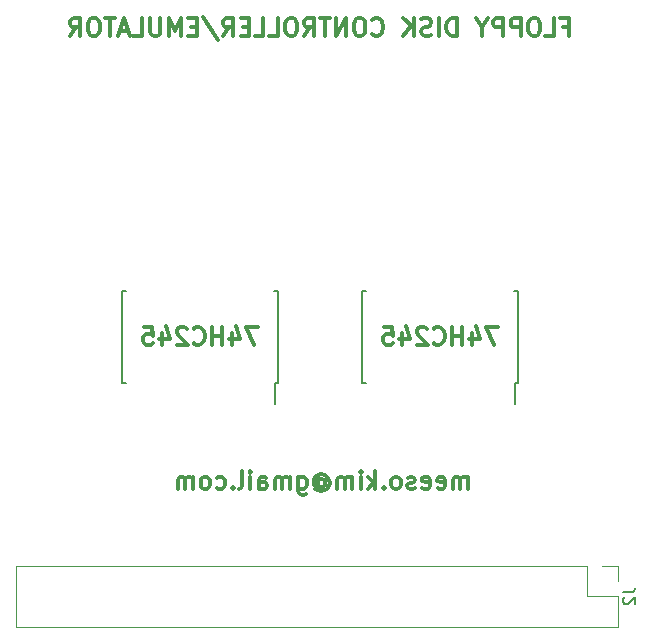
<source format=gbr>
G04 #@! TF.FileFunction,Legend,Bot*
%FSLAX46Y46*%
G04 Gerber Fmt 4.6, Leading zero omitted, Abs format (unit mm)*
G04 Created by KiCad (PCBNEW 4.0.7) date 01/21/18 21:35:54*
%MOMM*%
%LPD*%
G01*
G04 APERTURE LIST*
%ADD10C,0.100000*%
%ADD11C,0.300000*%
%ADD12C,0.120000*%
%ADD13C,0.150000*%
G04 APERTURE END LIST*
D10*
D11*
X162811430Y-41040857D02*
X163311430Y-41040857D01*
X163311430Y-41826571D02*
X163311430Y-40326571D01*
X162597144Y-40326571D01*
X161311430Y-41826571D02*
X162025716Y-41826571D01*
X162025716Y-40326571D01*
X160525716Y-40326571D02*
X160240002Y-40326571D01*
X160097144Y-40398000D01*
X159954287Y-40540857D01*
X159882859Y-40826571D01*
X159882859Y-41326571D01*
X159954287Y-41612286D01*
X160097144Y-41755143D01*
X160240002Y-41826571D01*
X160525716Y-41826571D01*
X160668573Y-41755143D01*
X160811430Y-41612286D01*
X160882859Y-41326571D01*
X160882859Y-40826571D01*
X160811430Y-40540857D01*
X160668573Y-40398000D01*
X160525716Y-40326571D01*
X159240001Y-41826571D02*
X159240001Y-40326571D01*
X158668573Y-40326571D01*
X158525715Y-40398000D01*
X158454287Y-40469429D01*
X158382858Y-40612286D01*
X158382858Y-40826571D01*
X158454287Y-40969429D01*
X158525715Y-41040857D01*
X158668573Y-41112286D01*
X159240001Y-41112286D01*
X157740001Y-41826571D02*
X157740001Y-40326571D01*
X157168573Y-40326571D01*
X157025715Y-40398000D01*
X156954287Y-40469429D01*
X156882858Y-40612286D01*
X156882858Y-40826571D01*
X156954287Y-40969429D01*
X157025715Y-41040857D01*
X157168573Y-41112286D01*
X157740001Y-41112286D01*
X155954287Y-41112286D02*
X155954287Y-41826571D01*
X156454287Y-40326571D02*
X155954287Y-41112286D01*
X155454287Y-40326571D01*
X153811430Y-41826571D02*
X153811430Y-40326571D01*
X153454287Y-40326571D01*
X153240002Y-40398000D01*
X153097144Y-40540857D01*
X153025716Y-40683714D01*
X152954287Y-40969429D01*
X152954287Y-41183714D01*
X153025716Y-41469429D01*
X153097144Y-41612286D01*
X153240002Y-41755143D01*
X153454287Y-41826571D01*
X153811430Y-41826571D01*
X152311430Y-41826571D02*
X152311430Y-40326571D01*
X151668573Y-41755143D02*
X151454287Y-41826571D01*
X151097144Y-41826571D01*
X150954287Y-41755143D01*
X150882858Y-41683714D01*
X150811430Y-41540857D01*
X150811430Y-41398000D01*
X150882858Y-41255143D01*
X150954287Y-41183714D01*
X151097144Y-41112286D01*
X151382858Y-41040857D01*
X151525716Y-40969429D01*
X151597144Y-40898000D01*
X151668573Y-40755143D01*
X151668573Y-40612286D01*
X151597144Y-40469429D01*
X151525716Y-40398000D01*
X151382858Y-40326571D01*
X151025716Y-40326571D01*
X150811430Y-40398000D01*
X150168573Y-41826571D02*
X150168573Y-40326571D01*
X149311430Y-41826571D02*
X149954287Y-40969429D01*
X149311430Y-40326571D02*
X150168573Y-41183714D01*
X146668573Y-41683714D02*
X146740002Y-41755143D01*
X146954288Y-41826571D01*
X147097145Y-41826571D01*
X147311430Y-41755143D01*
X147454288Y-41612286D01*
X147525716Y-41469429D01*
X147597145Y-41183714D01*
X147597145Y-40969429D01*
X147525716Y-40683714D01*
X147454288Y-40540857D01*
X147311430Y-40398000D01*
X147097145Y-40326571D01*
X146954288Y-40326571D01*
X146740002Y-40398000D01*
X146668573Y-40469429D01*
X145740002Y-40326571D02*
X145454288Y-40326571D01*
X145311430Y-40398000D01*
X145168573Y-40540857D01*
X145097145Y-40826571D01*
X145097145Y-41326571D01*
X145168573Y-41612286D01*
X145311430Y-41755143D01*
X145454288Y-41826571D01*
X145740002Y-41826571D01*
X145882859Y-41755143D01*
X146025716Y-41612286D01*
X146097145Y-41326571D01*
X146097145Y-40826571D01*
X146025716Y-40540857D01*
X145882859Y-40398000D01*
X145740002Y-40326571D01*
X144454287Y-41826571D02*
X144454287Y-40326571D01*
X143597144Y-41826571D01*
X143597144Y-40326571D01*
X143097144Y-40326571D02*
X142240001Y-40326571D01*
X142668572Y-41826571D02*
X142668572Y-40326571D01*
X140882858Y-41826571D02*
X141382858Y-41112286D01*
X141740001Y-41826571D02*
X141740001Y-40326571D01*
X141168573Y-40326571D01*
X141025715Y-40398000D01*
X140954287Y-40469429D01*
X140882858Y-40612286D01*
X140882858Y-40826571D01*
X140954287Y-40969429D01*
X141025715Y-41040857D01*
X141168573Y-41112286D01*
X141740001Y-41112286D01*
X139954287Y-40326571D02*
X139668573Y-40326571D01*
X139525715Y-40398000D01*
X139382858Y-40540857D01*
X139311430Y-40826571D01*
X139311430Y-41326571D01*
X139382858Y-41612286D01*
X139525715Y-41755143D01*
X139668573Y-41826571D01*
X139954287Y-41826571D01*
X140097144Y-41755143D01*
X140240001Y-41612286D01*
X140311430Y-41326571D01*
X140311430Y-40826571D01*
X140240001Y-40540857D01*
X140097144Y-40398000D01*
X139954287Y-40326571D01*
X137954286Y-41826571D02*
X138668572Y-41826571D01*
X138668572Y-40326571D01*
X136740000Y-41826571D02*
X137454286Y-41826571D01*
X137454286Y-40326571D01*
X136240000Y-41040857D02*
X135740000Y-41040857D01*
X135525714Y-41826571D02*
X136240000Y-41826571D01*
X136240000Y-40326571D01*
X135525714Y-40326571D01*
X134025714Y-41826571D02*
X134525714Y-41112286D01*
X134882857Y-41826571D02*
X134882857Y-40326571D01*
X134311429Y-40326571D01*
X134168571Y-40398000D01*
X134097143Y-40469429D01*
X134025714Y-40612286D01*
X134025714Y-40826571D01*
X134097143Y-40969429D01*
X134168571Y-41040857D01*
X134311429Y-41112286D01*
X134882857Y-41112286D01*
X132311429Y-40255143D02*
X133597143Y-42183714D01*
X131811428Y-41040857D02*
X131311428Y-41040857D01*
X131097142Y-41826571D02*
X131811428Y-41826571D01*
X131811428Y-40326571D01*
X131097142Y-40326571D01*
X130454285Y-41826571D02*
X130454285Y-40326571D01*
X129954285Y-41398000D01*
X129454285Y-40326571D01*
X129454285Y-41826571D01*
X128739999Y-40326571D02*
X128739999Y-41540857D01*
X128668571Y-41683714D01*
X128597142Y-41755143D01*
X128454285Y-41826571D01*
X128168571Y-41826571D01*
X128025713Y-41755143D01*
X127954285Y-41683714D01*
X127882856Y-41540857D01*
X127882856Y-40326571D01*
X126454284Y-41826571D02*
X127168570Y-41826571D01*
X127168570Y-40326571D01*
X126025713Y-41398000D02*
X125311427Y-41398000D01*
X126168570Y-41826571D02*
X125668570Y-40326571D01*
X125168570Y-41826571D01*
X124882856Y-40326571D02*
X124025713Y-40326571D01*
X124454284Y-41826571D02*
X124454284Y-40326571D01*
X123239999Y-40326571D02*
X122954285Y-40326571D01*
X122811427Y-40398000D01*
X122668570Y-40540857D01*
X122597142Y-40826571D01*
X122597142Y-41326571D01*
X122668570Y-41612286D01*
X122811427Y-41755143D01*
X122954285Y-41826571D01*
X123239999Y-41826571D01*
X123382856Y-41755143D01*
X123525713Y-41612286D01*
X123597142Y-41326571D01*
X123597142Y-40826571D01*
X123525713Y-40540857D01*
X123382856Y-40398000D01*
X123239999Y-40326571D01*
X121097141Y-41826571D02*
X121597141Y-41112286D01*
X121954284Y-41826571D02*
X121954284Y-40326571D01*
X121382856Y-40326571D01*
X121239998Y-40398000D01*
X121168570Y-40469429D01*
X121097141Y-40612286D01*
X121097141Y-40826571D01*
X121168570Y-40969429D01*
X121239998Y-41040857D01*
X121382856Y-41112286D01*
X121954284Y-41112286D01*
X157292856Y-66488571D02*
X156292856Y-66488571D01*
X156935713Y-67988571D01*
X155078571Y-66988571D02*
X155078571Y-67988571D01*
X155435714Y-66417143D02*
X155792857Y-67488571D01*
X154864285Y-67488571D01*
X154292857Y-67988571D02*
X154292857Y-66488571D01*
X154292857Y-67202857D02*
X153435714Y-67202857D01*
X153435714Y-67988571D02*
X153435714Y-66488571D01*
X151864285Y-67845714D02*
X151935714Y-67917143D01*
X152150000Y-67988571D01*
X152292857Y-67988571D01*
X152507142Y-67917143D01*
X152650000Y-67774286D01*
X152721428Y-67631429D01*
X152792857Y-67345714D01*
X152792857Y-67131429D01*
X152721428Y-66845714D01*
X152650000Y-66702857D01*
X152507142Y-66560000D01*
X152292857Y-66488571D01*
X152150000Y-66488571D01*
X151935714Y-66560000D01*
X151864285Y-66631429D01*
X151292857Y-66631429D02*
X151221428Y-66560000D01*
X151078571Y-66488571D01*
X150721428Y-66488571D01*
X150578571Y-66560000D01*
X150507142Y-66631429D01*
X150435714Y-66774286D01*
X150435714Y-66917143D01*
X150507142Y-67131429D01*
X151364285Y-67988571D01*
X150435714Y-67988571D01*
X149150000Y-66988571D02*
X149150000Y-67988571D01*
X149507143Y-66417143D02*
X149864286Y-67488571D01*
X148935714Y-67488571D01*
X147650000Y-66488571D02*
X148364286Y-66488571D01*
X148435715Y-67202857D01*
X148364286Y-67131429D01*
X148221429Y-67060000D01*
X147864286Y-67060000D01*
X147721429Y-67131429D01*
X147650000Y-67202857D01*
X147578572Y-67345714D01*
X147578572Y-67702857D01*
X147650000Y-67845714D01*
X147721429Y-67917143D01*
X147864286Y-67988571D01*
X148221429Y-67988571D01*
X148364286Y-67917143D01*
X148435715Y-67845714D01*
X136972856Y-66488571D02*
X135972856Y-66488571D01*
X136615713Y-67988571D01*
X134758571Y-66988571D02*
X134758571Y-67988571D01*
X135115714Y-66417143D02*
X135472857Y-67488571D01*
X134544285Y-67488571D01*
X133972857Y-67988571D02*
X133972857Y-66488571D01*
X133972857Y-67202857D02*
X133115714Y-67202857D01*
X133115714Y-67988571D02*
X133115714Y-66488571D01*
X131544285Y-67845714D02*
X131615714Y-67917143D01*
X131830000Y-67988571D01*
X131972857Y-67988571D01*
X132187142Y-67917143D01*
X132330000Y-67774286D01*
X132401428Y-67631429D01*
X132472857Y-67345714D01*
X132472857Y-67131429D01*
X132401428Y-66845714D01*
X132330000Y-66702857D01*
X132187142Y-66560000D01*
X131972857Y-66488571D01*
X131830000Y-66488571D01*
X131615714Y-66560000D01*
X131544285Y-66631429D01*
X130972857Y-66631429D02*
X130901428Y-66560000D01*
X130758571Y-66488571D01*
X130401428Y-66488571D01*
X130258571Y-66560000D01*
X130187142Y-66631429D01*
X130115714Y-66774286D01*
X130115714Y-66917143D01*
X130187142Y-67131429D01*
X131044285Y-67988571D01*
X130115714Y-67988571D01*
X128830000Y-66988571D02*
X128830000Y-67988571D01*
X129187143Y-66417143D02*
X129544286Y-67488571D01*
X128615714Y-67488571D01*
X127330000Y-66488571D02*
X128044286Y-66488571D01*
X128115715Y-67202857D01*
X128044286Y-67131429D01*
X127901429Y-67060000D01*
X127544286Y-67060000D01*
X127401429Y-67131429D01*
X127330000Y-67202857D01*
X127258572Y-67345714D01*
X127258572Y-67702857D01*
X127330000Y-67845714D01*
X127401429Y-67917143D01*
X127544286Y-67988571D01*
X127901429Y-67988571D01*
X128044286Y-67917143D01*
X128115715Y-67845714D01*
X154779714Y-80180571D02*
X154779714Y-79180571D01*
X154779714Y-79323429D02*
X154708286Y-79252000D01*
X154565428Y-79180571D01*
X154351143Y-79180571D01*
X154208286Y-79252000D01*
X154136857Y-79394857D01*
X154136857Y-80180571D01*
X154136857Y-79394857D02*
X154065428Y-79252000D01*
X153922571Y-79180571D01*
X153708286Y-79180571D01*
X153565428Y-79252000D01*
X153494000Y-79394857D01*
X153494000Y-80180571D01*
X152208286Y-80109143D02*
X152351143Y-80180571D01*
X152636857Y-80180571D01*
X152779714Y-80109143D01*
X152851143Y-79966286D01*
X152851143Y-79394857D01*
X152779714Y-79252000D01*
X152636857Y-79180571D01*
X152351143Y-79180571D01*
X152208286Y-79252000D01*
X152136857Y-79394857D01*
X152136857Y-79537714D01*
X152851143Y-79680571D01*
X150922572Y-80109143D02*
X151065429Y-80180571D01*
X151351143Y-80180571D01*
X151494000Y-80109143D01*
X151565429Y-79966286D01*
X151565429Y-79394857D01*
X151494000Y-79252000D01*
X151351143Y-79180571D01*
X151065429Y-79180571D01*
X150922572Y-79252000D01*
X150851143Y-79394857D01*
X150851143Y-79537714D01*
X151565429Y-79680571D01*
X150279715Y-80109143D02*
X150136858Y-80180571D01*
X149851143Y-80180571D01*
X149708286Y-80109143D01*
X149636858Y-79966286D01*
X149636858Y-79894857D01*
X149708286Y-79752000D01*
X149851143Y-79680571D01*
X150065429Y-79680571D01*
X150208286Y-79609143D01*
X150279715Y-79466286D01*
X150279715Y-79394857D01*
X150208286Y-79252000D01*
X150065429Y-79180571D01*
X149851143Y-79180571D01*
X149708286Y-79252000D01*
X148779714Y-80180571D02*
X148922572Y-80109143D01*
X148994000Y-80037714D01*
X149065429Y-79894857D01*
X149065429Y-79466286D01*
X148994000Y-79323429D01*
X148922572Y-79252000D01*
X148779714Y-79180571D01*
X148565429Y-79180571D01*
X148422572Y-79252000D01*
X148351143Y-79323429D01*
X148279714Y-79466286D01*
X148279714Y-79894857D01*
X148351143Y-80037714D01*
X148422572Y-80109143D01*
X148565429Y-80180571D01*
X148779714Y-80180571D01*
X147636857Y-80037714D02*
X147565429Y-80109143D01*
X147636857Y-80180571D01*
X147708286Y-80109143D01*
X147636857Y-80037714D01*
X147636857Y-80180571D01*
X146922571Y-80180571D02*
X146922571Y-78680571D01*
X146779714Y-79609143D02*
X146351143Y-80180571D01*
X146351143Y-79180571D02*
X146922571Y-79752000D01*
X145708285Y-80180571D02*
X145708285Y-79180571D01*
X145708285Y-78680571D02*
X145779714Y-78752000D01*
X145708285Y-78823429D01*
X145636857Y-78752000D01*
X145708285Y-78680571D01*
X145708285Y-78823429D01*
X144993999Y-80180571D02*
X144993999Y-79180571D01*
X144993999Y-79323429D02*
X144922571Y-79252000D01*
X144779713Y-79180571D01*
X144565428Y-79180571D01*
X144422571Y-79252000D01*
X144351142Y-79394857D01*
X144351142Y-80180571D01*
X144351142Y-79394857D02*
X144279713Y-79252000D01*
X144136856Y-79180571D01*
X143922571Y-79180571D01*
X143779713Y-79252000D01*
X143708285Y-79394857D01*
X143708285Y-80180571D01*
X142065428Y-79466286D02*
X142136856Y-79394857D01*
X142279713Y-79323429D01*
X142422571Y-79323429D01*
X142565428Y-79394857D01*
X142636856Y-79466286D01*
X142708285Y-79609143D01*
X142708285Y-79752000D01*
X142636856Y-79894857D01*
X142565428Y-79966286D01*
X142422571Y-80037714D01*
X142279713Y-80037714D01*
X142136856Y-79966286D01*
X142065428Y-79894857D01*
X142065428Y-79323429D02*
X142065428Y-79894857D01*
X141993999Y-79966286D01*
X141922571Y-79966286D01*
X141779713Y-79894857D01*
X141708285Y-79752000D01*
X141708285Y-79394857D01*
X141851142Y-79180571D01*
X142065428Y-79037714D01*
X142351142Y-78966286D01*
X142636856Y-79037714D01*
X142851142Y-79180571D01*
X142993999Y-79394857D01*
X143065428Y-79680571D01*
X142993999Y-79966286D01*
X142851142Y-80180571D01*
X142636856Y-80323429D01*
X142351142Y-80394857D01*
X142065428Y-80323429D01*
X141851142Y-80180571D01*
X140422571Y-79180571D02*
X140422571Y-80394857D01*
X140494000Y-80537714D01*
X140565428Y-80609143D01*
X140708285Y-80680571D01*
X140922571Y-80680571D01*
X141065428Y-80609143D01*
X140422571Y-80109143D02*
X140565428Y-80180571D01*
X140851142Y-80180571D01*
X140994000Y-80109143D01*
X141065428Y-80037714D01*
X141136857Y-79894857D01*
X141136857Y-79466286D01*
X141065428Y-79323429D01*
X140994000Y-79252000D01*
X140851142Y-79180571D01*
X140565428Y-79180571D01*
X140422571Y-79252000D01*
X139708285Y-80180571D02*
X139708285Y-79180571D01*
X139708285Y-79323429D02*
X139636857Y-79252000D01*
X139493999Y-79180571D01*
X139279714Y-79180571D01*
X139136857Y-79252000D01*
X139065428Y-79394857D01*
X139065428Y-80180571D01*
X139065428Y-79394857D02*
X138993999Y-79252000D01*
X138851142Y-79180571D01*
X138636857Y-79180571D01*
X138493999Y-79252000D01*
X138422571Y-79394857D01*
X138422571Y-80180571D01*
X137065428Y-80180571D02*
X137065428Y-79394857D01*
X137136857Y-79252000D01*
X137279714Y-79180571D01*
X137565428Y-79180571D01*
X137708285Y-79252000D01*
X137065428Y-80109143D02*
X137208285Y-80180571D01*
X137565428Y-80180571D01*
X137708285Y-80109143D01*
X137779714Y-79966286D01*
X137779714Y-79823429D01*
X137708285Y-79680571D01*
X137565428Y-79609143D01*
X137208285Y-79609143D01*
X137065428Y-79537714D01*
X136351142Y-80180571D02*
X136351142Y-79180571D01*
X136351142Y-78680571D02*
X136422571Y-78752000D01*
X136351142Y-78823429D01*
X136279714Y-78752000D01*
X136351142Y-78680571D01*
X136351142Y-78823429D01*
X135422570Y-80180571D02*
X135565428Y-80109143D01*
X135636856Y-79966286D01*
X135636856Y-78680571D01*
X134851142Y-80037714D02*
X134779714Y-80109143D01*
X134851142Y-80180571D01*
X134922571Y-80109143D01*
X134851142Y-80037714D01*
X134851142Y-80180571D01*
X133493999Y-80109143D02*
X133636856Y-80180571D01*
X133922570Y-80180571D01*
X134065428Y-80109143D01*
X134136856Y-80037714D01*
X134208285Y-79894857D01*
X134208285Y-79466286D01*
X134136856Y-79323429D01*
X134065428Y-79252000D01*
X133922570Y-79180571D01*
X133636856Y-79180571D01*
X133493999Y-79252000D01*
X132636856Y-80180571D02*
X132779714Y-80109143D01*
X132851142Y-80037714D01*
X132922571Y-79894857D01*
X132922571Y-79466286D01*
X132851142Y-79323429D01*
X132779714Y-79252000D01*
X132636856Y-79180571D01*
X132422571Y-79180571D01*
X132279714Y-79252000D01*
X132208285Y-79323429D01*
X132136856Y-79466286D01*
X132136856Y-79894857D01*
X132208285Y-80037714D01*
X132279714Y-80109143D01*
X132422571Y-80180571D01*
X132636856Y-80180571D01*
X131493999Y-80180571D02*
X131493999Y-79180571D01*
X131493999Y-79323429D02*
X131422571Y-79252000D01*
X131279713Y-79180571D01*
X131065428Y-79180571D01*
X130922571Y-79252000D01*
X130851142Y-79394857D01*
X130851142Y-80180571D01*
X130851142Y-79394857D02*
X130779713Y-79252000D01*
X130636856Y-79180571D01*
X130422571Y-79180571D01*
X130279713Y-79252000D01*
X130208285Y-79394857D01*
X130208285Y-80180571D01*
D12*
X164846000Y-86681000D02*
X116526000Y-86681000D01*
X116526000Y-86681000D02*
X116526000Y-91881000D01*
X116526000Y-91881000D02*
X167446000Y-91881000D01*
X167446000Y-91881000D02*
X167446000Y-89281000D01*
X167446000Y-89281000D02*
X164846000Y-89281000D01*
X164846000Y-89281000D02*
X164846000Y-86681000D01*
X166116000Y-86681000D02*
X167446000Y-86681000D01*
X167446000Y-86681000D02*
X167446000Y-87951000D01*
D13*
X158975000Y-71185000D02*
X158725000Y-71185000D01*
X158975000Y-63435000D02*
X158640000Y-63435000D01*
X145825000Y-63435000D02*
X146160000Y-63435000D01*
X145825000Y-71185000D02*
X146160000Y-71185000D01*
X158975000Y-71185000D02*
X158975000Y-63435000D01*
X145825000Y-71185000D02*
X145825000Y-63435000D01*
X158725000Y-71185000D02*
X158725000Y-72985000D01*
X138655000Y-71185000D02*
X138405000Y-71185000D01*
X138655000Y-63435000D02*
X138320000Y-63435000D01*
X125505000Y-63435000D02*
X125840000Y-63435000D01*
X125505000Y-71185000D02*
X125840000Y-71185000D01*
X138655000Y-71185000D02*
X138655000Y-63435000D01*
X125505000Y-71185000D02*
X125505000Y-63435000D01*
X138405000Y-71185000D02*
X138405000Y-72985000D01*
X167898381Y-88947667D02*
X168612667Y-88947667D01*
X168755524Y-88900047D01*
X168850762Y-88804809D01*
X168898381Y-88661952D01*
X168898381Y-88566714D01*
X167993619Y-89376238D02*
X167946000Y-89423857D01*
X167898381Y-89519095D01*
X167898381Y-89757191D01*
X167946000Y-89852429D01*
X167993619Y-89900048D01*
X168088857Y-89947667D01*
X168184095Y-89947667D01*
X168326952Y-89900048D01*
X168898381Y-89328619D01*
X168898381Y-89947667D01*
M02*

</source>
